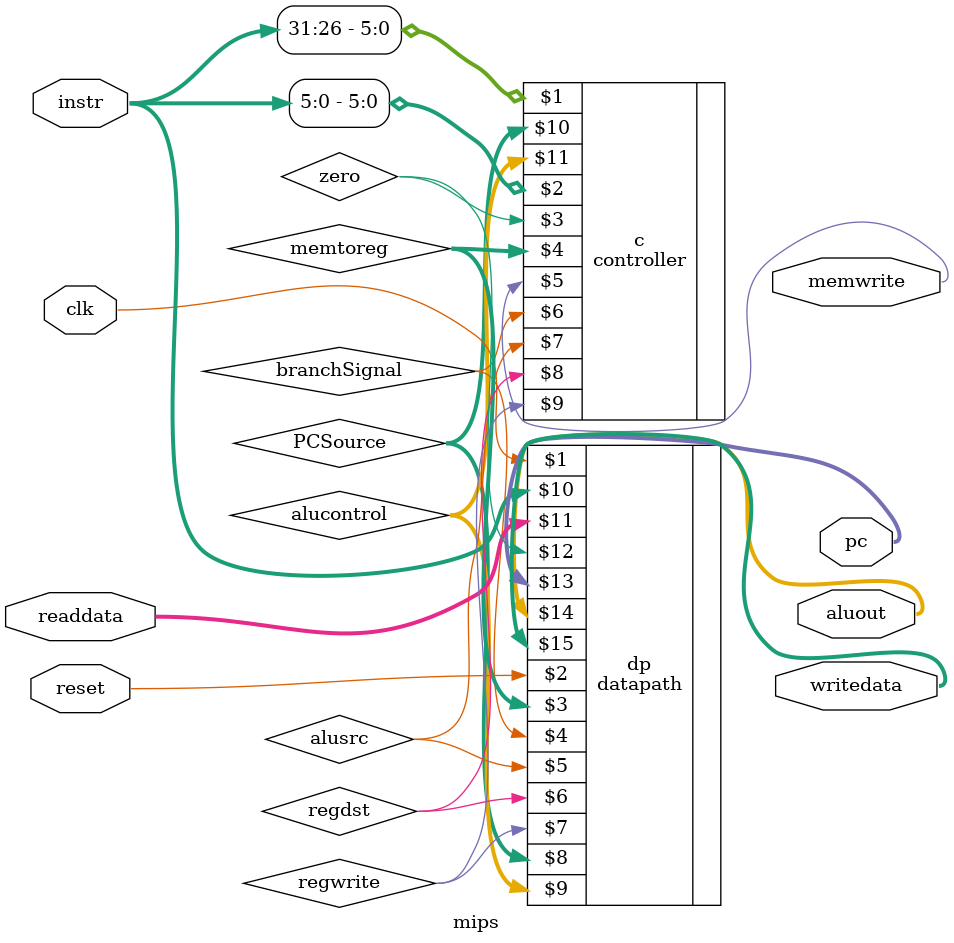
<source format=sv>
`timescale 1ns / 1ps
module mips (input  logic clk, reset,
             input  logic[31:0] readdata,
             input  logic[31:0] instr,
             output logic memwrite,
             output logic[31:0] aluout, writedata, pc);

  logic branchSignal, zero, alusrc, regdst, regwrite;
  logic [1:0] PCSource, memtoreg;
  logic [2:0] alucontrol;

  controller c (instr[31:26], instr[5:0], zero, memtoreg, memwrite, branchSignal, alusrc, regdst, regwrite, PCSource, alucontrol);

  datapath dp (clk, reset, memtoreg, branchSignal, alusrc, regdst, regwrite, PCSource, alucontrol, instr, readdata, zero, pc, aluout, writedata);
endmodule

</source>
